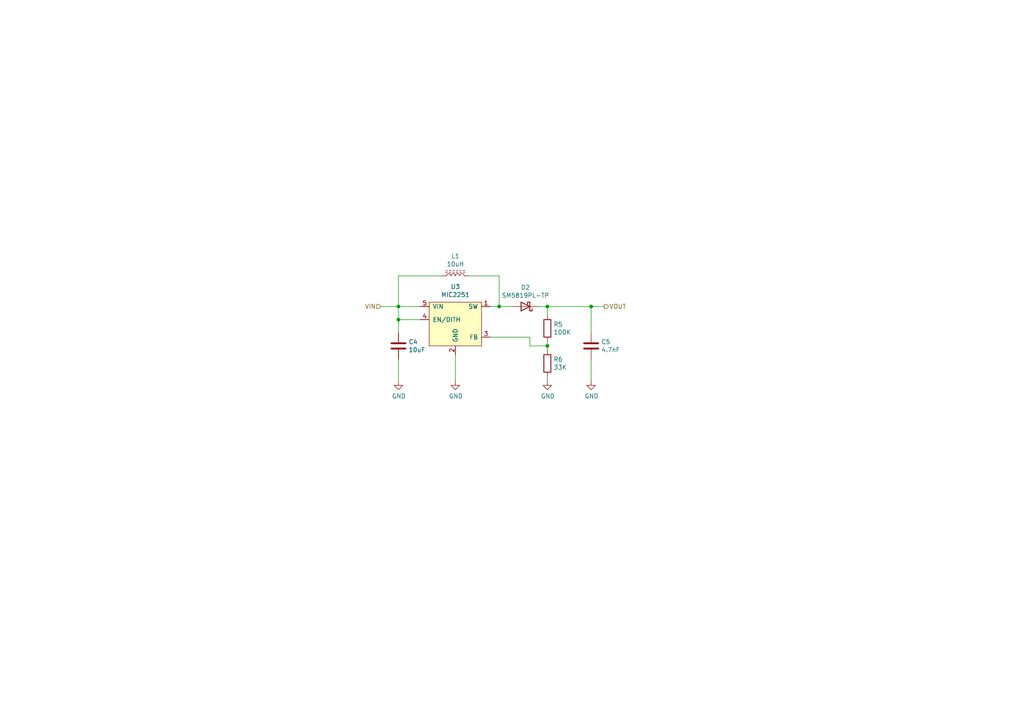
<source format=kicad_sch>
(kicad_sch (version 20211123) (generator eeschema)
  (paper "A4")
  (lib_symbols
    (symbol "Device:C" (pin_numbers hide) (pin_names (offset 0.254))
      (property "Reference" "C" (at 0.635 2.54 0))
      (property "Value" "C" (at 0.635 -2.54 0))
      (symbol "C_0_1"
        (polyline (pts (xy -2.032 -0.762) (xy 2.032 -0.762)) (stroke (width 0.508)))
        (polyline (pts (xy -2.032 0.762) (xy 2.032 0.762)) (stroke (width 0.508)))
      )
      (symbol "C_1_1"
        (pin passive line (at 0 3.81 270) (length 2.794) (name "~") (number "1"))
        (pin passive line (at 0 -3.81 90) (length 2.794) (name "~") (number "2"))
      )
    )
    (symbol "Device:D_Schottky" (pin_numbers hide) (pin_names (offset 1.016) hide)
      (property "Reference" "D" (at 0 2.54 0))
      (property "Value" "D_Schottky" (at 0 -2.54 0))
      (symbol "D_Schottky_0_1"
        (polyline (pts (xy 1.27 0) (xy -1.27 0)))
        (polyline (pts (xy 1.27 1.27) (xy 1.27 -1.27) (xy -1.27 0) (xy 1.27 1.27)) (stroke (width 0.254)))
        (polyline (pts (xy -1.905 0.635) (xy -1.905 1.27) (xy -1.27 1.27) (xy -1.27 -1.27) (xy -0.635 -1.27) (xy -0.635 -0.635)) (stroke (width 0.254)))
      )
      (symbol "D_Schottky_1_1"
        (pin passive line (at -3.81 0 0) (length 2.54) (name "K") (number "1"))
        (pin passive line (at 3.81 0 180) (length 2.54) (name "A") (number "2"))
      )
    )
    (symbol "Device:L_Ferrite" (pin_numbers hide) (pin_names (offset 1.016) hide)
      (property "Reference" "L" (at -1.27 0 90))
      (property "Value" "L_Ferrite" (at 2.794 0 90))
      (symbol "L_Ferrite_0_1"
        (arc (start 0 -2.54) (mid 0.635 -1.905) (end 0 -1.27))
        (arc (start 0 -1.27) (mid 0.635 -0.635) (end 0 0))
        (polyline (pts (xy 1.016 -2.794) (xy 1.016 -2.286)))
        (polyline (pts (xy 1.016 -1.778) (xy 1.016 -1.27)))
        (polyline (pts (xy 1.016 -0.762) (xy 1.016 -0.254)))
        (polyline (pts (xy 1.016 0.254) (xy 1.016 0.762)))
        (polyline (pts (xy 1.016 1.27) (xy 1.016 1.778)))
        (polyline (pts (xy 1.016 2.286) (xy 1.016 2.794)))
        (polyline (pts (xy 1.524 -2.286) (xy 1.524 -2.794)))
        (polyline (pts (xy 1.524 -1.27) (xy 1.524 -1.778)))
        (polyline (pts (xy 1.524 -0.254) (xy 1.524 -0.762)))
        (polyline (pts (xy 1.524 0.762) (xy 1.524 0.254)))
        (polyline (pts (xy 1.524 1.778) (xy 1.524 1.27)))
        (polyline (pts (xy 1.524 2.794) (xy 1.524 2.286)))
        (arc (start 0 0) (mid 0.635 0.635) (end 0 1.27))
        (arc (start 0 1.27) (mid 0.635 1.905) (end 0 2.54))
      )
      (symbol "L_Ferrite_1_1"
        (pin passive line (at 0 3.81 270) (length 1.27) (name "1") (number "1"))
        (pin passive line (at 0 -3.81 90) (length 1.27) (name "2") (number "2"))
      )
    )
    (symbol "Device:R" (pin_numbers hide) (pin_names (offset 0))
      (property "Reference" "R" (at 2.032 0 90))
      (property "Value" "R" (at 0 0 90))
      (symbol "R_0_1"
        (rectangle (start -1.016 -2.54) (end 1.016 2.54) (stroke (width 0.254)))
      )
      (symbol "R_1_1"
        (pin passive line (at 0 3.81 270) (length 1.27) (name "~") (number "1"))
        (pin passive line (at 0 -3.81 90) (length 1.27) (name "~") (number "2"))
      )
    )
    (symbol "cargadorDeBateriasLitIon-rescue:MIC2251-MSS_SourceSwitch" (pin_names (offset 1.016))
      (property "Reference" "U" (at -6.35 -7.62 0))
      (property "Value" "MIC2251-MSS_SourceSwitch" (at 0 7.62 0))
      (symbol "MIC2251-MSS_SourceSwitch_0_0"
        (pin output line (at 10.16 5.08 180) (length 2.54) (name "SW") (number "1"))
        (pin passive line (at 0 -8.89 90) (length 2.54) (name "GND") (number "2"))
        (pin input line (at 10.16 -3.81 180) (length 2.54) (name "FB") (number "3"))
        (pin input line (at -10.16 1.27 0) (length 2.54) (name "EN/DITH") (number "4"))
        (pin power_in line (at -10.16 5.08 0) (length 2.54) (name "VIN") (number "5"))
      )
      (symbol "MIC2251-MSS_SourceSwitch_0_1"
        (rectangle (start 7.62 6.35) (end -7.62 -6.35) (fill (type background)))
      )
    )
    (symbol "power:GND" (power) (pin_names (offset 0))
      (property "Value" "GND" (at 0 -3.81 0))
      (symbol "GND_0_1"
        (polyline (pts (xy 0 0) (xy 0 -1.27) (xy 1.27 -1.27) (xy 0 -2.54) (xy -1.27 -1.27) (xy 0 -1.27)))
      )
      (symbol "GND_1_1"
        (pin power_in line (at 0 0 270) (length 0) hide (name "GND") (number "1"))
      )
    )
  )
  (junction (at 171.45 88.9))
  (junction (at 158.75 88.9))
  (junction (at 115.57 92.71))
  (junction (at 158.75 100.33))
  (junction (at 115.57 88.9))
  (junction (at 144.78 88.9))
  (wire (pts (xy 175.26 88.9) (xy 171.45 88.9)))
  (wire (pts (xy 110.49 88.9) (xy 115.57 88.9)))
  (wire (pts (xy 158.75 88.9) (xy 156.21 88.9)))
  (wire (pts (xy 121.92 92.71) (xy 115.57 92.71)))
  (wire (pts (xy 135.89 80.01) (xy 144.78 80.01)))
  (wire (pts (xy 144.78 80.01) (xy 144.78 88.9)))
  (wire (pts (xy 158.75 100.33) (xy 158.75 101.6)))
  (wire (pts (xy 115.57 110.49) (xy 115.57 104.14)))
  (wire (pts (xy 128.27 80.01) (xy 115.57 80.01)))
  (wire (pts (xy 153.67 100.33) (xy 158.75 100.33)))
  (wire (pts (xy 171.45 96.52) (xy 171.45 88.9)))
  (wire (pts (xy 158.75 99.06) (xy 158.75 100.33)))
  (wire (pts (xy 171.45 110.49) (xy 171.45 104.14)))
  (wire (pts (xy 153.67 97.79) (xy 153.67 100.33)))
  (wire (pts (xy 115.57 80.01) (xy 115.57 88.9)))
  (wire (pts (xy 144.78 88.9) (xy 142.24 88.9)))
  (wire (pts (xy 171.45 88.9) (xy 158.75 88.9)))
  (wire (pts (xy 115.57 88.9) (xy 121.92 88.9)))
  (wire (pts (xy 158.75 91.44) (xy 158.75 88.9)))
  (wire (pts (xy 115.57 92.71) (xy 115.57 88.9)))
  (wire (pts (xy 142.24 97.79) (xy 153.67 97.79)))
  (wire (pts (xy 132.08 110.49) (xy 132.08 102.87)))
  (wire (pts (xy 148.59 88.9) (xy 144.78 88.9)))
  (wire (pts (xy 115.57 96.52) (xy 115.57 92.71)))
  (wire (pts (xy 158.75 110.49) (xy 158.75 109.22)))
  (hierarchical_label "VOUT" (shape output) (at 175.26 88.9 0))
  (hierarchical_label "VIN" (shape input) (at 110.49 88.9 180))
  (symbol (lib_id "cargadorDeBateriasLitIon-rescue:MIC2251-MSS_SourceSwitch") (at 132.08 93.98 0) (unit 1)
    (property "Reference" "U3" (at 132.08 83.185 0))
    (property "Value" "MIC2251" (at 132.08 85.4964 0))
    (property "Footprint" "Package_TO_SOT_SMD:SOT-23-5" (effects hide))
    (property "Datasheet" "https://www.mouser.pe/datasheet/2/268/mic2251-1082660.pdf" (effects hide))
    (property "Mfg Part #" "MIC2251-1YD5-TR" (effects hide))
  )
  (symbol (lib_id "Device:C") (at 115.57 100.33 0) (unit 1)
    (property "Reference" "C4" (at 118.491 99.1616 0) (effects (justify left)))
    (property "Value" "10uF" (at 118.491 101.473 0) (effects (justify left)))
    (property "Footprint" "Capacitor_SMD:C_0805_2012Metric" (effects hide))
    (property "Mfg Part #" "GRM21BR61E106KA73L" (effects hide))
  )
  (symbol (lib_id "Device:L_Ferrite") (at 132.08 80.01 90) (unit 1)
    (property "Reference" "L1" (at 132.08 74.295 90))
    (property "Value" "10uH" (at 132.08 76.6064 90))
    (property "Footprint" "MSS_Devices:L_Bourns_SDR0403" (effects hide))
    (property "Mfg Part #" "SDR0403-100ML" (effects hide))
  )
  (symbol (lib_id "Device:D_Schottky") (at 152.4 88.9 180) (unit 1)
    (property "Reference" "D2" (at 152.4 83.3882 0))
    (property "Value" "SM5819PL-TP" (at 152.4 85.6996 0))
    (property "Footprint" "Diode_SMD:D_SOD-123F" (effects hide))
    (property "Mfg Part #" "SM5819PL-TP" (effects hide))
  )
  (symbol (lib_id "Device:C") (at 171.45 100.33 0) (unit 1)
    (property "Reference" "C5" (at 174.371 99.1616 0) (effects (justify left)))
    (property "Value" "4.7nF" (at 174.371 101.473 0) (effects (justify left)))
    (property "Footprint" "Capacitor_SMD:C_0603_1608Metric" (effects hide))
    (property "Mfg Part #" "CL10B472KB8NNNC" (effects hide))
  )
  (symbol (lib_id "Device:R") (at 158.75 95.25 0) (mirror y) (unit 1)
    (property "Reference" "R5" (at 160.528 94.0816 0) (effects (justify right)))
    (property "Value" "100K" (at 160.528 96.393 0) (effects (justify right)))
    (property "Footprint" "Resistor_SMD:R_0603_1608Metric" (effects hide))
    (property "Mfg Part #" "RC0603FR-07100KL" (effects hide))
  )
  (symbol (lib_id "Device:R") (at 158.75 105.41 0) (mirror y) (unit 1)
    (property "Reference" "R6" (at 160.528 104.2416 0) (effects (justify right)))
    (property "Value" "33K" (at 160.528 106.553 0) (effects (justify right)))
    (property "Footprint" "Resistor_SMD:R_0603_1608Metric" (effects hide))
    (property "Mfg Part #" "RC0603FR-0733KL" (effects hide))
  )
  (symbol (lib_id "power:GND") (at 158.75 110.49 0) (unit 1)
    (property "Reference" "#PWR05" (effects hide))
    (property "Value" "GND" (at 158.877 114.8842 0))
  )
  (symbol (lib_id "power:GND") (at 132.08 110.49 0) (unit 1)
    (property "Reference" "#PWR04" (effects hide))
    (property "Value" "GND" (at 132.207 114.8842 0))
  )
  (symbol (lib_id "power:GND") (at 171.45 110.49 0) (unit 1)
    (property "Reference" "#PWR06" (effects hide))
    (property "Value" "GND" (at 171.577 114.8842 0))
  )
  (symbol (lib_id "power:GND") (at 115.57 110.49 0) (unit 1)
    (property "Reference" "#PWR03" (effects hide))
    (property "Value" "GND" (at 115.697 114.8842 0))
  )
)
</source>
